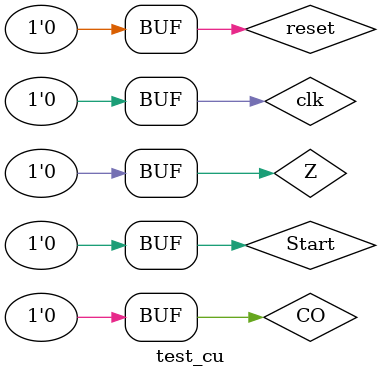
<source format=v>
`timescale 1ns / 1ps


module test_cu;

	// Inputs
	reg Start;
	reg clk;
	reg reset;
	reg Z;
	reg CO;

	// Outputs
	wire [7:0] CUconst;
	wire [2:0] InMuxAdd;
	wire [3:0] OutMuxAdd;
	wire [3:0] RegAdd;
	wire WE;
	wire [1:0] InsSel;
	wire Busy;

	// Instantiate the Unit Under Test (UUT)
	CU uut (
		.Start(Start), 
		.clk(clk), 
		.reset(reset), 
		.Z(Z), 
		.CO(CO), 
		.CUconst(CUconst), 
		.InMuxAdd(InMuxAdd), 
		.OutMuxAdd(OutMuxAdd), 
		.RegAdd(RegAdd), 
		.WE(WE), 
		.InsSel(InsSel), 
		.Busy(Busy)
	);

	initial begin
		// Initialize Inputs
		Start = 0;
		clk = 0;
		reset = 0;
		Z = 0;
		CO = 0;

		// Wait 100 ns for global reset to finish
		#100;
        
		// Add stimulus here

	end
      
endmodule


</source>
